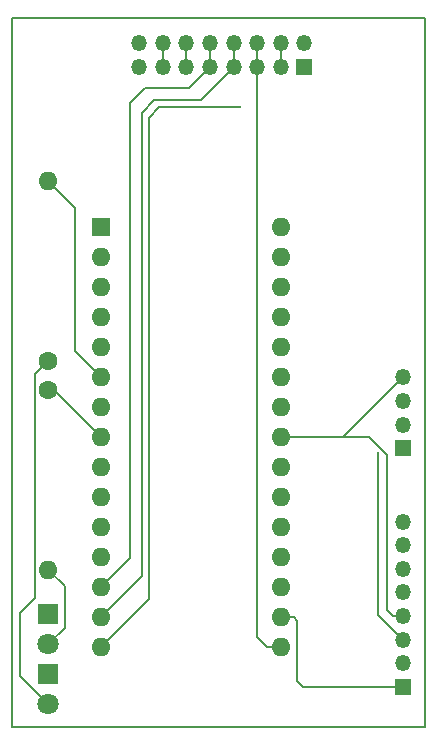
<source format=gbr>
%TF.GenerationSoftware,KiCad,Pcbnew,8.0.8*%
%TF.CreationDate,2025-01-20T00:36:11+01:00*%
%TF.ProjectId,NANO_MPU_SD,4e414e4f-5f4d-4505-955f-53442e6b6963,rev?*%
%TF.SameCoordinates,Original*%
%TF.FileFunction,Copper,L1,Top*%
%TF.FilePolarity,Positive*%
%FSLAX46Y46*%
G04 Gerber Fmt 4.6, Leading zero omitted, Abs format (unit mm)*
G04 Created by KiCad (PCBNEW 8.0.8) date 2025-01-20 00:36:11*
%MOMM*%
%LPD*%
G01*
G04 APERTURE LIST*
%TA.AperFunction,NonConductor*%
%ADD10C,0.200000*%
%TD*%
%TA.AperFunction,ComponentPad*%
%ADD11C,1.600000*%
%TD*%
%TA.AperFunction,ComponentPad*%
%ADD12O,1.600000X1.600000*%
%TD*%
%TA.AperFunction,ComponentPad*%
%ADD13R,1.800000X1.800000*%
%TD*%
%TA.AperFunction,ComponentPad*%
%ADD14C,1.800000*%
%TD*%
%TA.AperFunction,ComponentPad*%
%ADD15R,1.350000X1.350000*%
%TD*%
%TA.AperFunction,ComponentPad*%
%ADD16O,1.350000X1.350000*%
%TD*%
%TA.AperFunction,ComponentPad*%
%ADD17R,1.600000X1.600000*%
%TD*%
%TA.AperFunction,ViaPad*%
%ADD18C,0.300000*%
%TD*%
%TA.AperFunction,Conductor*%
%ADD19C,0.200000*%
%TD*%
G04 APERTURE END LIST*
D10*
X50000000Y-50000000D02*
X85000000Y-50000000D01*
X85000000Y-110000000D01*
X50000000Y-110000000D01*
X50000000Y-50000000D01*
D11*
%TO.P,R2,1*%
%TO.N,Net-(A1-D5)*%
X53100000Y-81460000D03*
D12*
%TO.P,R2,2*%
%TO.N,Net-(D1-A)*%
X53100000Y-96700000D03*
%TD*%
D13*
%TO.P,D2,1,K*%
%TO.N,GND*%
X53100000Y-105530000D03*
D14*
%TO.P,D2,2,A*%
%TO.N,Net-(D2-A)*%
X53100000Y-108070000D03*
%TD*%
D15*
%TO.P,J2,1,ePin_b2*%
%TO.N,GND*%
X74800000Y-54100000D03*
D16*
%TO.P,J2,2,ePin_a2*%
X74800000Y-52100000D03*
%TO.P,J2,3,eePin_b4*%
%TO.N,Net-(A1-D12)*%
X72800000Y-54100000D03*
%TO.P,J2,4,ePin_a4*%
X72800000Y-52100000D03*
%TO.P,J2,5,ePin_b6*%
%TO.N,Net-(A1-D13)*%
X70800000Y-54100000D03*
%TO.P,J2,6,ePin_a6*%
X70800000Y-52100000D03*
%TO.P,J2,7,ePin_b8*%
%TO.N,Net-(A1-D11)*%
X68800000Y-54100000D03*
%TO.P,J2,8,ePin_a8*%
X68800000Y-52100000D03*
%TO.P,J2,9,ePin_b10*%
%TO.N,Net-(A1-D10)*%
X66800000Y-54100000D03*
%TO.P,J2,10,ePin_a10*%
X66800000Y-52100000D03*
%TO.P,J2,11,ePin_b12*%
%TO.N,+5V*%
X64800000Y-54100000D03*
%TO.P,J2,12,ePin_a12*%
X64800000Y-52100000D03*
%TO.P,J2,13,Pin_b14*%
%TO.N,+3.3V*%
X62800000Y-54100000D03*
%TO.P,J2,14,ePin_a14*%
X62800000Y-52100000D03*
%TO.P,J2,15,ePin_b16*%
%TO.N,GND*%
X60800000Y-54100000D03*
%TO.P,J2,16,ePin_a16*%
X60800000Y-52100000D03*
%TD*%
D17*
%TO.P,A1,1,D1/TX*%
%TO.N,unconnected-(A1-D1{slash}TX-Pad1)*%
X57560000Y-67660000D03*
D12*
%TO.P,A1,2,D0/RX*%
%TO.N,unconnected-(A1-D0{slash}RX-Pad2)*%
X57560000Y-70200000D03*
%TO.P,A1,3,~{RESET}*%
%TO.N,unconnected-(A1-~{RESET}-Pad3)*%
X57560000Y-72740000D03*
%TO.P,A1,4,GND*%
%TO.N,GND*%
X57560000Y-75280000D03*
%TO.P,A1,5,D2*%
%TO.N,unconnected-(A1-D2-Pad5)*%
X57560000Y-77820000D03*
%TO.P,A1,6,D3*%
%TO.N,Net-(A1-D3)*%
X57560000Y-80360000D03*
%TO.P,A1,7,D4*%
%TO.N,unconnected-(A1-D4-Pad7)*%
X57560000Y-82900000D03*
%TO.P,A1,8,D5*%
%TO.N,Net-(A1-D5)*%
X57560000Y-85440000D03*
%TO.P,A1,9,D6*%
%TO.N,unconnected-(A1-D6-Pad9)*%
X57560000Y-87980000D03*
%TO.P,A1,10,D7*%
%TO.N,unconnected-(A1-D7-Pad10)*%
X57560000Y-90520000D03*
%TO.P,A1,11,D8*%
%TO.N,unconnected-(A1-D8-Pad11)*%
X57560000Y-93060000D03*
%TO.P,A1,12,D9*%
%TO.N,unconnected-(A1-D9-Pad12)*%
X57560000Y-95600000D03*
%TO.P,A1,13,D10*%
%TO.N,Net-(A1-D10)*%
X57560000Y-98140000D03*
%TO.P,A1,14,D11*%
%TO.N,Net-(A1-D11)*%
X57560000Y-100680000D03*
%TO.P,A1,15,D12*%
%TO.N,Net-(A1-D12)*%
X57560000Y-103220000D03*
%TO.P,A1,16,D13*%
%TO.N,Net-(A1-D13)*%
X72800000Y-103220000D03*
%TO.P,A1,17,3V3*%
%TO.N,+3.3V*%
X72800000Y-100680000D03*
%TO.P,A1,18,AREF*%
%TO.N,unconnected-(A1-AREF-Pad18)*%
X72800000Y-98140000D03*
%TO.P,A1,19,A0*%
%TO.N,unconnected-(A1-A0-Pad19)*%
X72800000Y-95600000D03*
%TO.P,A1,20,A1*%
%TO.N,unconnected-(A1-A1-Pad20)*%
X72800000Y-93060000D03*
%TO.P,A1,21,A2*%
%TO.N,unconnected-(A1-A2-Pad21)*%
X72800000Y-90520000D03*
%TO.P,A1,22,A3*%
%TO.N,unconnected-(A1-A3-Pad22)*%
X72800000Y-87980000D03*
%TO.P,A1,23,A4*%
%TO.N,Net-(A1-A4)*%
X72800000Y-85440000D03*
%TO.P,A1,24,A5*%
%TO.N,Net-(A1-A5)*%
X72800000Y-82900000D03*
%TO.P,A1,25,A6*%
%TO.N,unconnected-(A1-A6-Pad25)*%
X72800000Y-80360000D03*
%TO.P,A1,26,A7*%
%TO.N,unconnected-(A1-A7-Pad26)*%
X72800000Y-77820000D03*
%TO.P,A1,27,+5V*%
%TO.N,+5V*%
X72800000Y-75280000D03*
%TO.P,A1,28,~{RESET}*%
%TO.N,unconnected-(A1-~{RESET}-Pad28)*%
X72800000Y-72740000D03*
%TO.P,A1,29,GND*%
%TO.N,unconnected-(A1-GND-Pad29)*%
X72800000Y-70200000D03*
%TO.P,A1,30,VIN*%
%TO.N,unconnected-(A1-VIN-Pad30)*%
X72800000Y-67660000D03*
%TD*%
D15*
%TO.P,J3,1,Pin_1*%
%TO.N,+3.3V*%
X83100000Y-86400000D03*
D16*
%TO.P,J3,2,Pin_2*%
%TO.N,GND*%
X83100000Y-84400000D03*
%TO.P,J3,3,Pin_3*%
%TO.N,Net-(A1-A5)*%
X83100000Y-82400000D03*
%TO.P,J3,4,Pin_4*%
%TO.N,Net-(A1-A4)*%
X83100000Y-80400000D03*
%TD*%
D13*
%TO.P,D1,1,K*%
%TO.N,GND*%
X53100000Y-100460000D03*
D14*
%TO.P,D1,2,A*%
%TO.N,Net-(D1-A)*%
X53100000Y-103000000D03*
%TD*%
D15*
%TO.P,J1,1,Pin_1*%
%TO.N,+3.3V*%
X83100000Y-106600000D03*
D16*
%TO.P,J1,2,Pin_2*%
%TO.N,GND*%
X83100000Y-104600000D03*
%TO.P,J1,3,Pin_3*%
%TO.N,Net-(A1-A5)*%
X83100000Y-102600000D03*
%TO.P,J1,4,Pin_4*%
%TO.N,Net-(A1-A4)*%
X83100000Y-100600000D03*
%TO.P,J1,5,Pin_5*%
%TO.N,unconnected-(J1-Pin_5-Pad5)*%
X83100000Y-98600000D03*
%TO.P,J1,6,Pin_6*%
%TO.N,unconnected-(J1-Pin_6-Pad6)*%
X83100000Y-96600000D03*
%TO.P,J1,7,Pin_7*%
%TO.N,unconnected-(J1-Pin_7-Pad7)*%
X83100000Y-94600000D03*
%TO.P,J1,8,Pin_8*%
%TO.N,unconnected-(J1-Pin_8-Pad8)*%
X83100000Y-92600000D03*
%TD*%
D11*
%TO.P,R1,1*%
%TO.N,Net-(D2-A)*%
X53100000Y-79000000D03*
D12*
%TO.P,R1,2*%
%TO.N,Net-(A1-D3)*%
X53100000Y-63760000D03*
%TD*%
D18*
%TO.N,Net-(A1-A5)*%
X81000000Y-86800000D03*
%TO.N,Net-(A1-D12)*%
X69300000Y-57486930D03*
%TD*%
D19*
%TO.N,Net-(A1-D10)*%
X61300000Y-55900000D02*
X60000000Y-57200000D01*
X60000000Y-57200000D02*
X60000000Y-95700000D01*
X65000000Y-55900000D02*
X61300000Y-55900000D01*
X60000000Y-95700000D02*
X57560000Y-98140000D01*
X66800000Y-52100000D02*
X66800000Y-54100000D01*
X66800000Y-54100000D02*
X65000000Y-55900000D01*
%TO.N,Net-(A1-D11)*%
X62100000Y-56900000D02*
X61000000Y-58000000D01*
X68800000Y-54100000D02*
X66000000Y-56900000D01*
X61000000Y-97240000D02*
X61000000Y-58000000D01*
X68800000Y-52100000D02*
X68800000Y-54100000D01*
X57560000Y-100680000D02*
X61000000Y-97240000D01*
X66000000Y-56900000D02*
X62100000Y-56900000D01*
%TO.N,Net-(A1-D3)*%
X53100000Y-63760000D02*
X55400000Y-66060000D01*
X55400000Y-66060000D02*
X55400000Y-66800000D01*
X55400000Y-78200000D02*
X55400000Y-66800000D01*
X57560000Y-80360000D02*
X55400000Y-78200000D01*
%TO.N,+3.3V*%
X74200000Y-106100000D02*
X74700000Y-106600000D01*
X74200000Y-101000000D02*
X74200000Y-106100000D01*
X62800000Y-52100000D02*
X62800000Y-54100000D01*
X72800000Y-100680000D02*
X73880000Y-100680000D01*
X74700000Y-106600000D02*
X83100000Y-106600000D01*
X73880000Y-100680000D02*
X74200000Y-101000000D01*
%TO.N,Net-(A1-D13)*%
X70800000Y-102400000D02*
X71620000Y-103220000D01*
X70800000Y-54100000D02*
X70800000Y-102400000D01*
X70800000Y-52100000D02*
X70800000Y-54100000D01*
X72800000Y-103220000D02*
X71620000Y-103220000D01*
%TO.N,+5V*%
X64800000Y-52100000D02*
X64800000Y-54100000D01*
%TO.N,Net-(A1-A5)*%
X83100000Y-102600000D02*
X81000000Y-100500000D01*
X81000000Y-100500000D02*
X81000000Y-86800000D01*
%TO.N,Net-(A1-D5)*%
X53580000Y-81460000D02*
X53100000Y-81460000D01*
X57560000Y-85440000D02*
X53580000Y-81460000D01*
%TO.N,Net-(A1-A4)*%
X78060000Y-85440000D02*
X72800000Y-85440000D01*
X81800000Y-86963603D02*
X81800000Y-87000000D01*
X81800000Y-100100000D02*
X81800000Y-87000000D01*
X78060000Y-85440000D02*
X80276397Y-85440000D01*
X82300000Y-100600000D02*
X81800000Y-100100000D01*
X83100000Y-80400000D02*
X78060000Y-85440000D01*
X83100000Y-100600000D02*
X82300000Y-100600000D01*
X80276397Y-85440000D02*
X81800000Y-86963603D01*
%TO.N,Net-(A1-D12)*%
X61600000Y-99180000D02*
X61600000Y-58400000D01*
X62513070Y-57486930D02*
X69300000Y-57486930D01*
X57560000Y-103220000D02*
X61600000Y-99180000D01*
X61600000Y-58400000D02*
X62513070Y-57486930D01*
X72800000Y-52100000D02*
X72800000Y-54100000D01*
%TO.N,Net-(D1-A)*%
X54500000Y-101600000D02*
X54500000Y-100600000D01*
X53100000Y-103000000D02*
X54500000Y-101600000D01*
X53100000Y-96700000D02*
X54500000Y-98100000D01*
X54500000Y-98100000D02*
X54500000Y-100600000D01*
%TO.N,Net-(D2-A)*%
X50700000Y-105670000D02*
X50700000Y-104700000D01*
X52000000Y-99060000D02*
X50700000Y-100360000D01*
X50700000Y-100360000D02*
X50700000Y-104700000D01*
X53100000Y-79000000D02*
X52000000Y-80100000D01*
X52000000Y-80100000D02*
X52000000Y-99060000D01*
X53100000Y-108070000D02*
X50700000Y-105670000D01*
%TD*%
M02*

</source>
